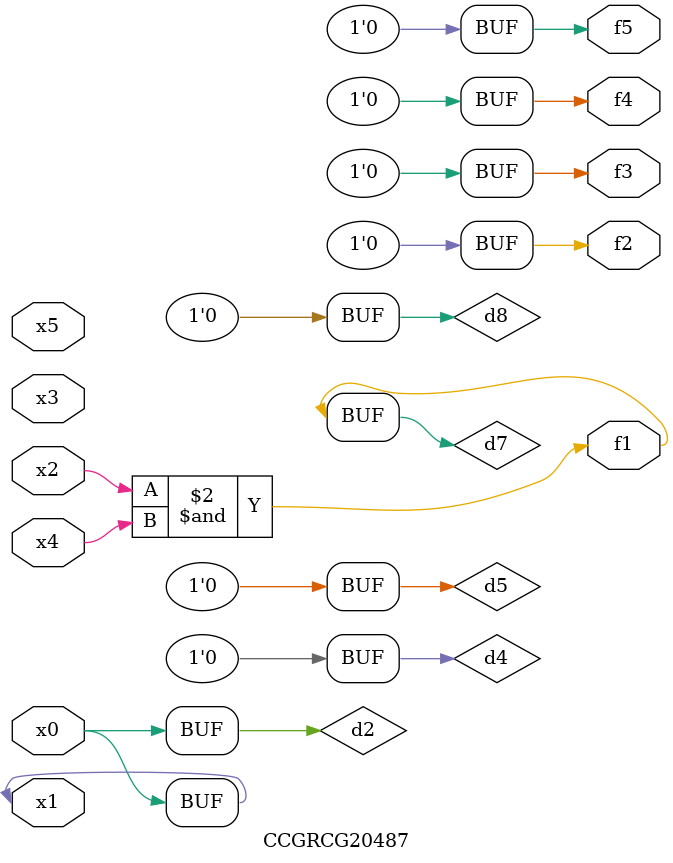
<source format=v>
module CCGRCG20487(
	input x0, x1, x2, x3, x4, x5,
	output f1, f2, f3, f4, f5
);

	wire d1, d2, d3, d4, d5, d6, d7, d8, d9;

	nand (d1, x1);
	buf (d2, x0, x1);
	nand (d3, x2, x4);
	and (d4, d1, d2);
	and (d5, d1, d2);
	nand (d6, d1, d3);
	not (d7, d3);
	xor (d8, d5);
	nor (d9, d5, d6);
	assign f1 = d7;
	assign f2 = d8;
	assign f3 = d8;
	assign f4 = d8;
	assign f5 = d8;
endmodule

</source>
